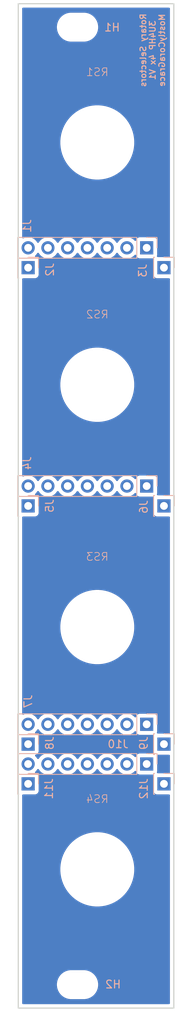
<source format=kicad_pcb>
(kicad_pcb (version 20240108) (generator "pcbnew") (generator_version "8.0")
  (layers (0 "F.Cu" signal) (31 "B.Cu" signal) (34 "B.Paste" user) (35 "F.Paste" user) (36 "B.SilkS" user "B.Silkscreen") (37 "F.SilkS" user "F.Silkscreen") (38 "B.Mask" user) (39 "F.Mask" user) (44 "Edge.Cuts" user))
  (net 0 "")
  (footprint "Connector_PinSocket_2.54mm:PinSocket_1x01_P2.54mm_Vertical" (layer "B.Cu") (at 18.73 36.195 90)
    (property "Reference" "J3" (at -0.381 -2.728 90) (layer "B.SilkS") (effects (justify mirror)))
    (property "Value" "Conn_01x01_Socket")
    (fp_line (start 1.33 -1.33) (end -1.33 -1.33) (stroke (width 0.12)) (layer "B.SilkS"))
    (fp_line (start 1.33 -1.33) (end 1.33 -1.21) (stroke (width 0.12)) (layer "B.SilkS"))
    (fp_line (start -1.33 -1.33) (end -1.33 -1.21) (stroke (width 0.12)) (layer "B.SilkS"))
    (fp_line (start 1.33 0) (end 1.33 1.33) (stroke (width 0.12)) (layer "B.SilkS"))
    (fp_line (start 1.33 1.33) (end 0 1.33) (stroke (width 0.12)) (layer "B.SilkS"))
    (pad "1" thru_hole rect (at 0 0 90) (size 1.7 1.7) (drill 1) (layers "*.Cu" "*.Mask"))
  )
  (footprint "Connector_PinSocket_2.54mm:PinSocket_1x01_P2.54mm_Vertical" (layer "B.Cu") (at 18.73 66.675 90)
    (property "Reference" "J6" (at -0.127 -2.601 90) (layer "B.SilkS") (effects (justify mirror)))
    (property "Value" "Conn_01x01_Socket")
    (fp_line (start 1.33 -1.33) (end -1.33 -1.33) (stroke (width 0.12)) (layer "B.SilkS"))
    (fp_line (start 1.33 -1.33) (end 1.33 -1.21) (stroke (width 0.12)) (layer "B.SilkS"))
    (fp_line (start -1.33 -1.33) (end -1.33 -1.21) (stroke (width 0.12)) (layer "B.SilkS"))
    (fp_line (start 1.33 0) (end 1.33 1.33) (stroke (width 0.12)) (layer "B.SilkS"))
    (fp_line (start 1.33 1.33) (end 0 1.33) (stroke (width 0.12)) (layer "B.SilkS"))
    (pad "1" thru_hole rect (at 0 0 90) (size 1.7 1.7) (drill 1) (layers "*.Cu" "*.Mask"))
  )
  (footprint "Connector_PinSocket_2.54mm:PinSocket_1x07_P2.54mm_Vertical" (layer "B.Cu") (at 16.51 33.655 90)
    (property "Reference" "J1" (at 2.794 -15.367 90) (layer "B.SilkS") (effects (justify mirror)))
    (property "Value" "Conn_01x07_Socket")
    (fp_line (start 1.33 -16.57) (end -1.33 -16.57) (stroke (width 0.12)) (layer "B.SilkS"))
    (fp_line (start 1.33 -16.57) (end 1.33 -1.27) (stroke (width 0.12)) (layer "B.SilkS"))
    (fp_line (start -1.33 -16.57) (end -1.33 -1.27) (stroke (width 0.12)) (layer "B.SilkS"))
    (fp_line (start 1.33 -1.27) (end -1.33 -1.27) (stroke (width 0.12)) (layer "B.SilkS"))
    (fp_line (start 1.33 0) (end 1.33 1.33) (stroke (width 0.12)) (layer "B.SilkS"))
    (fp_line (start 1.33 1.33) (end 0 1.33) (stroke (width 0.12)) (layer "B.SilkS"))
    (pad "1" thru_hole rect (at 0 0 90) (size 1.7 1.7) (drill 1) (layers "*.Cu" "*.Mask"))
    (pad "2" thru_hole oval (at 0 -2.54 90) (size 1.7 1.7) (drill 1) (layers "*.Cu" "*.Mask"))
    (pad "3" thru_hole oval (at 0 -5.08 90) (size 1.7 1.7) (drill 1) (layers "*.Cu" "*.Mask"))
    (pad "4" thru_hole oval (at 0 -7.62 90) (size 1.7 1.7) (drill 1) (layers "*.Cu" "*.Mask"))
    (pad "5" thru_hole oval (at 0 -10.16 90) (size 1.7 1.7) (drill 1) (layers "*.Cu" "*.Mask"))
    (pad "6" thru_hole oval (at 0 -12.7 90) (size 1.7 1.7) (drill 1) (layers "*.Cu" "*.Mask"))
    (pad "7" thru_hole oval (at 0 -15.24 90) (size 1.7 1.7) (drill 1) (layers "*.Cu" "*.Mask"))
  )
  (footprint "Connector_PinSocket_2.54mm:PinSocket_1x01_P2.54mm_Vertical" (layer "B.Cu") (at 18.73 97.155 90)
    (property "Reference" "J9" (at 0.127 -2.601 90) (layer "B.SilkS") (effects (justify mirror)))
    (property "Value" "Conn_01x01_Socket")
    (fp_line (start 1.33 -1.33) (end -1.33 -1.33) (stroke (width 0.12)) (layer "B.SilkS"))
    (fp_line (start 1.33 -1.33) (end 1.33 -1.21) (stroke (width 0.12)) (layer "B.SilkS"))
    (fp_line (start -1.33 -1.33) (end -1.33 -1.21) (stroke (width 0.12)) (layer "B.SilkS"))
    (fp_line (start 1.33 0) (end 1.33 1.33) (stroke (width 0.12)) (layer "B.SilkS"))
    (fp_line (start 1.33 1.33) (end 0 1.33) (stroke (width 0.12)) (layer "B.SilkS"))
    (pad "1" thru_hole rect (at 0 0 90) (size 1.7 1.7) (drill 1) (layers "*.Cu" "*.Mask"))
  )
  (footprint "EXC:Rotary_Selector_Panel_Mount_M9" (layer "B.Cu") (at 10.16 51.175 180)
    (property "Reference" "RS2" (at 0 9 0) (layer "B.SilkS") (effects (font (thickness 0.1)) (justify mirror)))
    (property "Value" "8-way Rotary Selector")
    (pad "" np_thru_hole circle (at 0 0 180) (size 9 9) (drill 9) (layers "F&B.Cu" "*.Mask"))
  )
  (footprint "Connector_PinSocket_2.54mm:PinSocket_1x01_P2.54mm_Vertical" (layer "B.Cu") (at 1.27 66.675 90)
    (property "Reference" "J5" (at 0 2.77 90) (layer "B.SilkS") (effects (justify mirror)))
    (property "Value" "Conn_01x01_Socket")
    (fp_line (start 1.33 -1.33) (end -1.33 -1.33) (stroke (width 0.12)) (layer "B.SilkS"))
    (fp_line (start 1.33 -1.33) (end 1.33 -1.21) (stroke (width 0.12)) (layer "B.SilkS"))
    (fp_line (start -1.33 -1.33) (end -1.33 -1.21) (stroke (width 0.12)) (layer "B.SilkS"))
    (fp_line (start 1.33 0) (end 1.33 1.33) (stroke (width 0.12)) (layer "B.SilkS"))
    (fp_line (start 1.33 1.33) (end 0 1.33) (stroke (width 0.12)) (layer "B.SilkS"))
    (pad "1" thru_hole rect (at 0 0 90) (size 1.7 1.7) (drill 1) (layers "*.Cu" "*.Mask"))
  )
  (footprint "Connector_PinSocket_2.54mm:PinSocket_1x07_P2.54mm_Vertical" (layer "B.Cu") (at 16.51 99.695 90)
    (property "Reference" "J10" (at 2.54 -3.683 180) (layer "B.SilkS") (effects (justify mirror)))
    (property "Value" "Conn_01x07_Socket")
    (fp_line (start 1.33 -16.57) (end -1.33 -16.57) (stroke (width 0.12)) (layer "B.SilkS"))
    (fp_line (start 1.33 -16.57) (end 1.33 -1.27) (stroke (width 0.12)) (layer "B.SilkS"))
    (fp_line (start -1.33 -16.57) (end -1.33 -1.27) (stroke (width 0.12)) (layer "B.SilkS"))
    (fp_line (start 1.33 -1.27) (end -1.33 -1.27) (stroke (width 0.12)) (layer "B.SilkS"))
    (fp_line (start 1.33 0) (end 1.33 1.33) (stroke (width 0.12)) (layer "B.SilkS"))
    (fp_line (start 1.33 1.33) (end 0 1.33) (stroke (width 0.12)) (layer "B.SilkS"))
    (pad "1" thru_hole rect (at 0 0 90) (size 1.7 1.7) (drill 1) (layers "*.Cu" "*.Mask"))
    (pad "2" thru_hole oval (at 0 -2.54 90) (size 1.7 1.7) (drill 1) (layers "*.Cu" "*.Mask"))
    (pad "3" thru_hole oval (at 0 -5.08 90) (size 1.7 1.7) (drill 1) (layers "*.Cu" "*.Mask"))
    (pad "4" thru_hole oval (at 0 -7.62 90) (size 1.7 1.7) (drill 1) (layers "*.Cu" "*.Mask"))
    (pad "5" thru_hole oval (at 0 -10.16 90) (size 1.7 1.7) (drill 1) (layers "*.Cu" "*.Mask"))
    (pad "6" thru_hole oval (at 0 -12.7 90) (size 1.7 1.7) (drill 1) (layers "*.Cu" "*.Mask"))
    (pad "7" thru_hole oval (at 0 -15.24 90) (size 1.7 1.7) (drill 1) (layers "*.Cu" "*.Mask"))
  )
  (footprint "EXC:Rotary_Selector_Panel_Mount_M9" (layer "B.Cu") (at 10.16 113.175 180)
    (property "Reference" "RS4" (at 0 9 0) (layer "B.SilkS") (effects (font (thickness 0.1)) (justify mirror)))
    (property "Value" "8-way Rotary Selector")
    (pad "" np_thru_hole circle (at 0 0 180) (size 9 9) (drill 9) (layers "F&B.Cu" "*.Mask"))
  )
  (footprint "EXC:Rotary_Selector_Panel_Mount_M9" (layer "B.Cu") (at 10.16 20.175 180)
    (property "Reference" "RS1" (at 0 9 0) (layer "B.SilkS") (effects (font (thickness 0.1)) (justify mirror)))
    (property "Value" "8-way Rotary Selector")
    (pad "" np_thru_hole circle (at 0 0 180) (size 9 9) (drill 9) (layers "F&B.Cu" "*.Mask"))
  )
  (footprint "Connector_PinSocket_2.54mm:PinSocket_1x01_P2.54mm_Vertical" (layer "B.Cu") (at 1.27 97.155 90)
    (property "Reference" "J8" (at 0.127 2.77 90) (layer "B.SilkS") (effects (justify mirror)))
    (property "Value" "Conn_01x01_Socket")
    (fp_line (start 1.33 -1.33) (end -1.33 -1.33) (stroke (width 0.12)) (layer "B.SilkS"))
    (fp_line (start 1.33 -1.33) (end 1.33 -1.21) (stroke (width 0.12)) (layer "B.SilkS"))
    (fp_line (start -1.33 -1.33) (end -1.33 -1.21) (stroke (width 0.12)) (layer "B.SilkS"))
    (fp_line (start 1.33 0) (end 1.33 1.33) (stroke (width 0.12)) (layer "B.SilkS"))
    (fp_line (start 1.33 1.33) (end 0 1.33) (stroke (width 0.12)) (layer "B.SilkS"))
    (pad "1" thru_hole rect (at 0 0 90) (size 1.7 1.7) (drill 1) (layers "*.Cu" "*.Mask"))
  )
  (footprint "Connector_PinSocket_2.54mm:PinSocket_1x01_P2.54mm_Vertical" (layer "B.Cu") (at 1.27 102.235 90)
    (property "Reference" "J11" (at -0.635 2.667 90) (layer "B.SilkS") (effects (justify mirror)))
    (property "Value" "Conn_01x01_Socket")
    (fp_line (start 1.33 -1.33) (end -1.33 -1.33) (stroke (width 0.12)) (layer "B.SilkS"))
    (fp_line (start 1.33 -1.33) (end 1.33 -1.21) (stroke (width 0.12)) (layer "B.SilkS"))
    (fp_line (start -1.33 -1.33) (end -1.33 -1.21) (stroke (width 0.12)) (layer "B.SilkS"))
    (fp_line (start 1.33 0) (end 1.33 1.33) (stroke (width 0.12)) (layer "B.SilkS"))
    (fp_line (start 1.33 1.33) (end 0 1.33) (stroke (width 0.12)) (layer "B.SilkS"))
    (pad "1" thru_hole rect (at 0 0 90) (size 1.7 1.7) (drill 1) (layers "*.Cu" "*.Mask"))
  )
  (footprint "Connector_PinSocket_2.54mm:PinSocket_1x07_P2.54mm_Vertical" (layer "B.Cu") (at 16.51 94.615 90)
    (property "Reference" "J7" (at 2.921 -15.24 90) (layer "B.SilkS") (effects (justify mirror)))
    (property "Value" "Conn_01x07_Socket")
    (fp_line (start 1.33 -16.57) (end -1.33 -16.57) (stroke (width 0.12)) (layer "B.SilkS"))
    (fp_line (start 1.33 -16.57) (end 1.33 -1.27) (stroke (width 0.12)) (layer "B.SilkS"))
    (fp_line (start -1.33 -16.57) (end -1.33 -1.27) (stroke (width 0.12)) (layer "B.SilkS"))
    (fp_line (start 1.33 -1.27) (end -1.33 -1.27) (stroke (width 0.12)) (layer "B.SilkS"))
    (fp_line (start 1.33 0) (end 1.33 1.33) (stroke (width 0.12)) (layer "B.SilkS"))
    (fp_line (start 1.33 1.33) (end 0 1.33) (stroke (width 0.12)) (layer "B.SilkS"))
    (pad "1" thru_hole rect (at 0 0 90) (size 1.7 1.7) (drill 1) (layers "*.Cu" "*.Mask"))
    (pad "2" thru_hole oval (at 0 -2.54 90) (size 1.7 1.7) (drill 1) (layers "*.Cu" "*.Mask"))
    (pad "3" thru_hole oval (at 0 -5.08 90) (size 1.7 1.7) (drill 1) (layers "*.Cu" "*.Mask"))
    (pad "4" thru_hole oval (at 0 -7.62 90) (size 1.7 1.7) (drill 1) (layers "*.Cu" "*.Mask"))
    (pad "5" thru_hole oval (at 0 -10.16 90) (size 1.7 1.7) (drill 1) (layers "*.Cu" "*.Mask"))
    (pad "6" thru_hole oval (at 0 -12.7 90) (size 1.7 1.7) (drill 1) (layers "*.Cu" "*.Mask"))
    (pad "7" thru_hole oval (at 0 -15.24 90) (size 1.7 1.7) (drill 1) (layers "*.Cu" "*.Mask"))
  )
  (footprint "MountingHole:MountingHole_3.2mm_M3" (layer "B.Cu") (at 7.61962 5.425 180)
    (property "Reference" "H1" (at -4.44462 -0.036 0) (layer "B.SilkS") (effects (justify mirror)))
    (property "Value" "MountingHole")
    (pad "" np_thru_hole oval (at 0 0 180) (size 4.8 3.2) (drill oval 4.8 3.2) (layers "F&B.Cu" "*.Mask"))
  )
  (footprint "Connector_PinSocket_2.54mm:PinSocket_1x07_P2.54mm_Vertical" (layer "B.Cu") (at 16.51 64.135 90)
    (property "Reference" "J4" (at 2.921 -15.367 90) (layer "B.SilkS") (effects (justify mirror)))
    (property "Value" "Conn_01x07_Socket")
    (fp_line (start 1.33 -16.57) (end -1.33 -16.57) (stroke (width 0.12)) (layer "B.SilkS"))
    (fp_line (start 1.33 -16.57) (end 1.33 -1.27) (stroke (width 0.12)) (layer "B.SilkS"))
    (fp_line (start -1.33 -16.57) (end -1.33 -1.27) (stroke (width 0.12)) (layer "B.SilkS"))
    (fp_line (start 1.33 -1.27) (end -1.33 -1.27) (stroke (width 0.12)) (layer "B.SilkS"))
    (fp_line (start 1.33 0) (end 1.33 1.33) (stroke (width 0.12)) (layer "B.SilkS"))
    (fp_line (start 1.33 1.33) (end 0 1.33) (stroke (width 0.12)) (layer "B.SilkS"))
    (pad "1" thru_hole rect (at 0 0 90) (size 1.7 1.7) (drill 1) (layers "*.Cu" "*.Mask"))
    (pad "2" thru_hole oval (at 0 -2.54 90) (size 1.7 1.7) (drill 1) (layers "*.Cu" "*.Mask"))
    (pad "3" thru_hole oval (at 0 -5.08 90) (size 1.7 1.7) (drill 1) (layers "*.Cu" "*.Mask"))
    (pad "4" thru_hole oval (at 0 -7.62 90) (size 1.7 1.7) (drill 1) (layers "*.Cu" "*.Mask"))
    (pad "5" thru_hole oval (at 0 -10.16 90) (size 1.7 1.7) (drill 1) (layers "*.Cu" "*.Mask"))
    (pad "6" thru_hole oval (at 0 -12.7 90) (size 1.7 1.7) (drill 1) (layers "*.Cu" "*.Mask"))
    (pad "7" thru_hole oval (at 0 -15.24 90) (size 1.7 1.7) (drill 1) (layers "*.Cu" "*.Mask"))
  )
  (footprint "EXC:Rotary_Selector_Panel_Mount_M9" (layer "B.Cu") (at 10.16 82.175 180)
    (property "Reference" "RS3" (at 0 9 0) (layer "B.SilkS") (effects (font (thickness 0.1)) (justify mirror)))
    (property "Value" "8-way Rotary Selector")
    (pad "" np_thru_hole circle (at 0 0 180) (size 9 9) (drill 9) (layers "F&B.Cu" "*.Mask"))
  )
  (footprint "Connector_PinSocket_2.54mm:PinSocket_1x01_P2.54mm_Vertical" (layer "B.Cu") (at 1.27 36.195 90)
    (property "Reference" "J2" (at -0.254 2.794 90) (layer "B.SilkS") (effects (justify mirror)))
    (property "Value" "Conn_01x01_Socket")
    (fp_line (start 1.33 -1.33) (end -1.33 -1.33) (stroke (width 0.12)) (layer "B.SilkS"))
    (fp_line (start 1.33 -1.33) (end 1.33 -1.21) (stroke (width 0.12)) (layer "B.SilkS"))
    (fp_line (start -1.33 -1.33) (end -1.33 -1.21) (stroke (width 0.12)) (layer "B.SilkS"))
    (fp_line (start 1.33 0) (end 1.33 1.33) (stroke (width 0.12)) (layer "B.SilkS"))
    (fp_line (start 1.33 1.33) (end 0 1.33) (stroke (width 0.12)) (layer "B.SilkS"))
    (pad "1" thru_hole rect (at 0 0 90) (size 1.7 1.7) (drill 1) (layers "*.Cu" "*.Mask"))
  )
  (footprint "Connector_PinSocket_2.54mm:PinSocket_1x01_P2.54mm_Vertical" (layer "B.Cu") (at 18.73 102.235 90)
    (property "Reference" "J12" (at -0.635 -2.601 90) (layer "B.SilkS") (effects (justify mirror)))
    (property "Value" "Conn_01x01_Socket")
    (fp_line (start 1.33 -1.33) (end -1.33 -1.33) (stroke (width 0.12)) (layer "B.SilkS"))
    (fp_line (start 1.33 -1.33) (end 1.33 -1.21) (stroke (width 0.12)) (layer "B.SilkS"))
    (fp_line (start -1.33 -1.33) (end -1.33 -1.21) (stroke (width 0.12)) (layer "B.SilkS"))
    (fp_line (start 1.33 0) (end 1.33 1.33) (stroke (width 0.12)) (layer "B.SilkS"))
    (fp_line (start 1.33 1.33) (end 0 1.33) (stroke (width 0.12)) (layer "B.SilkS"))
    (pad "1" thru_hole rect (at 0 0 90) (size 1.7 1.7) (drill 1) (layers "*.Cu" "*.Mask"))
  )
  (footprint "MountingHole:MountingHole_3.2mm_M3" (layer "B.Cu") (at 7.61962 127.925 180)
    (property "Reference" "H2" (at -4.57162 0.036 0) (layer "B.SilkS") (effects (justify mirror)))
    (property "Value" "MountingHole")
    (pad "" np_thru_hole oval (at 0 0 180) (size 4.8 3.2) (drill oval 4.8 3.2) (layers "F&B.Cu" "*.Mask"))
  )
  (gr_rect (start 0 2.425) (end 20 130.925) (stroke (width 0.15)) (fill none) (layer "Edge.Cuts"))
  (gr_text "Rotary Selectors\n3U4HP 4x V1\nMostlyCoraGrace" (at 15.621 8.382 90) (layer "B.SilkS") (effects (font (size 0.75 0.75) (thickness 0.15) (bold yes)) (justify top mirror)))
  (zone (net 0) (net_name "") (layers "F&B.Cu") (connect_pads (clearance 0.5)) (min_thickness 0.25) (fill yes (thermal_gap 0.5) (thermal_bridge_width 0.5) (island_removal_mode 1) (island_area_min 10))
    (polygon (pts (xy 0 2.5) (xy 20 2.5) (xy 20 131) (xy 0 131)))
  )
)
</source>
